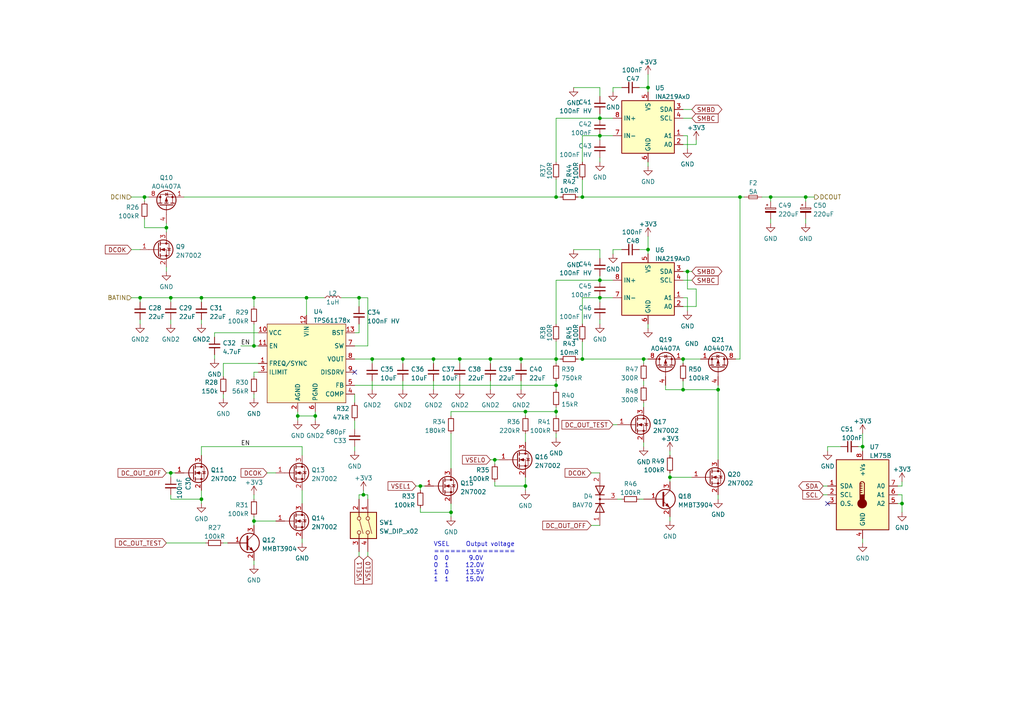
<source format=kicad_sch>
(kicad_sch (version 20211123) (generator eeschema)
  (paper "A4")
  (junction (at 194.31 138.43))
  (junction (at 261.62 146.05))
  (junction (at 199.39 78.74))
  (junction (at 130.81 148.59))
  (junction (at 250.19 129.54))
  (junction (at 142.24 104.14))
  (junction (at 214.63 57.15))
  (junction (at 58.42 86.36))
  (junction (at 133.35 104.14))
  (junction (at 91.44 120.65))
  (junction (at 233.68 57.15))
  (junction (at 173.99 34.29))
  (junction (at 173.99 86.36))
  (junction (at 121.92 140.97))
  (junction (at 187.96 25.4))
  (junction (at 151.13 104.14))
  (junction (at 161.29 57.15))
  (junction (at 49.53 137.16))
  (junction (at 73.66 86.36))
  (junction (at 152.4 119.38))
  (junction (at 186.69 104.14))
  (junction (at 223.52 57.15))
  (junction (at 104.14 86.36))
  (junction (at 48.26 66.04))
  (junction (at 198.12 113.03))
  (junction (at 187.96 72.39))
  (junction (at 161.29 111.76))
  (junction (at 161.29 119.38))
  (junction (at 73.66 151.13))
  (junction (at 116.84 104.14))
  (junction (at 168.91 57.15))
  (junction (at 173.99 81.28))
  (junction (at 125.73 104.14))
  (junction (at 88.9 86.36))
  (junction (at 161.29 104.14))
  (junction (at 58.42 144.78))
  (junction (at 198.12 104.14))
  (junction (at 41.91 57.15))
  (junction (at 105.41 143.51))
  (junction (at 168.91 104.14))
  (junction (at 40.64 86.36))
  (junction (at 73.66 100.33))
  (junction (at 49.53 86.36))
  (junction (at 107.95 104.14))
  (junction (at 152.4 140.97))
  (junction (at 143.51 133.35))
  (junction (at 86.36 120.65))
  (junction (at 208.28 113.03))
  (junction (at 173.99 39.37))
  (no_connect (at 240.03 146.05))
  (no_connect (at 102.87 107.95))
  (wire (pts (xy 168.91 52.07) (xy 168.91 57.15)))
  (wire (pts (xy 194.31 149.86) (xy 194.31 151.13)))
  (wire (pts (xy 107.95 110.49) (xy 107.95 113.03)))
  (wire (pts (xy 173.99 92.71) (xy 173.99 93.98)))
  (wire (pts (xy 152.4 119.38) (xy 152.4 120.65)))
  (wire (pts (xy 142.24 133.35) (xy 143.51 133.35)))
  (wire (pts (xy 133.35 104.14) (xy 133.35 105.41)))
  (wire (pts (xy 261.62 140.97) (xy 260.35 140.97)))
  (wire (pts (xy 177.8 73.66) (xy 177.8 72.39)))
  (wire (pts (xy 143.51 133.35) (xy 144.78 133.35)))
  (wire (pts (xy 106.68 160.02) (xy 106.68 161.29)))
  (wire (pts (xy 58.42 129.54) (xy 87.63 129.54)))
  (wire (pts (xy 198.12 31.75) (xy 200.66 31.75)))
  (wire (pts (xy 168.91 57.15) (xy 214.63 57.15)))
  (wire (pts (xy 102.87 114.3) (xy 102.87 116.84)))
  (wire (pts (xy 185.42 144.78) (xy 186.69 144.78)))
  (wire (pts (xy 104.14 86.36) (xy 106.68 86.36)))
  (wire (pts (xy 185.42 72.39) (xy 187.96 72.39)))
  (wire (pts (xy 199.39 86.36) (xy 199.39 90.17)))
  (wire (pts (xy 186.69 110.49) (xy 186.69 111.76)))
  (wire (pts (xy 208.28 113.03) (xy 208.28 111.76)))
  (wire (pts (xy 105.41 143.51) (xy 106.68 143.51)))
  (wire (pts (xy 87.63 129.54) (xy 87.63 132.08)))
  (wire (pts (xy 173.99 39.37) (xy 173.99 40.64)))
  (wire (pts (xy 64.77 105.41) (xy 64.77 109.22)))
  (wire (pts (xy 104.14 86.36) (xy 104.14 88.9)))
  (wire (pts (xy 161.29 57.15) (xy 162.56 57.15)))
  (wire (pts (xy 187.96 72.39) (xy 187.96 73.66)))
  (wire (pts (xy 177.8 25.4) (xy 180.34 25.4)))
  (wire (pts (xy 250.19 156.21) (xy 250.19 157.48)))
  (wire (pts (xy 73.66 86.36) (xy 88.9 86.36)))
  (wire (pts (xy 201.93 41.91) (xy 198.12 41.91)))
  (wire (pts (xy 199.39 78.74) (xy 200.66 78.74)))
  (wire (pts (xy 201.93 88.9) (xy 198.12 88.9)))
  (wire (pts (xy 38.1 57.15) (xy 41.91 57.15)))
  (wire (pts (xy 173.99 25.4) (xy 173.99 27.94)))
  (wire (pts (xy 58.42 86.36) (xy 73.66 86.36)))
  (wire (pts (xy 38.1 72.39) (xy 40.64 72.39)))
  (wire (pts (xy 40.64 86.36) (xy 40.64 87.63)))
  (wire (pts (xy 168.91 39.37) (xy 168.91 46.99)))
  (wire (pts (xy 152.4 128.27) (xy 152.4 125.73)))
  (wire (pts (xy 64.77 114.3) (xy 64.77 115.57)))
  (wire (pts (xy 49.53 93.98) (xy 49.53 92.71)))
  (wire (pts (xy 173.99 86.36) (xy 168.91 86.36)))
  (wire (pts (xy 173.99 86.36) (xy 173.99 87.63)))
  (wire (pts (xy 214.63 104.14) (xy 214.63 57.15)))
  (wire (pts (xy 106.68 143.51) (xy 106.68 144.78)))
  (wire (pts (xy 142.24 104.14) (xy 142.24 105.41)))
  (wire (pts (xy 38.1 86.36) (xy 40.64 86.36)))
  (wire (pts (xy 187.96 25.4) (xy 187.96 26.67)))
  (wire (pts (xy 62.23 102.87) (xy 62.23 104.14)))
  (wire (pts (xy 143.51 134.62) (xy 143.51 133.35)))
  (wire (pts (xy 102.87 129.54) (xy 102.87 130.81)))
  (wire (pts (xy 58.42 144.78) (xy 49.53 144.78)))
  (wire (pts (xy 48.26 77.47) (xy 48.26 78.74)))
  (wire (pts (xy 106.68 100.33) (xy 106.68 86.36)))
  (wire (pts (xy 198.12 104.14) (xy 198.12 105.41)))
  (wire (pts (xy 198.12 34.29) (xy 200.66 34.29)))
  (wire (pts (xy 173.99 72.39) (xy 173.99 74.93)))
  (wire (pts (xy 186.69 104.14) (xy 187.96 104.14)))
  (wire (pts (xy 214.63 57.15) (xy 215.9 57.15)))
  (wire (pts (xy 208.28 143.51) (xy 208.28 144.78)))
  (wire (pts (xy 133.35 110.49) (xy 133.35 113.03)))
  (wire (pts (xy 40.64 93.98) (xy 40.64 92.71)))
  (wire (pts (xy 213.36 104.14) (xy 214.63 104.14)))
  (wire (pts (xy 74.93 107.95) (xy 73.66 107.95)))
  (wire (pts (xy 261.62 146.05) (xy 261.62 143.51)))
  (wire (pts (xy 49.53 137.16) (xy 50.8 137.16)))
  (wire (pts (xy 102.87 121.92) (xy 102.87 124.46)))
  (wire (pts (xy 193.04 111.76) (xy 193.04 113.03)))
  (wire (pts (xy 116.84 104.14) (xy 116.84 105.41)))
  (wire (pts (xy 102.87 104.14) (xy 107.95 104.14)))
  (wire (pts (xy 105.41 143.51) (xy 104.14 143.51)))
  (wire (pts (xy 177.8 123.19) (xy 179.07 123.19)))
  (wire (pts (xy 161.29 125.73) (xy 161.29 127)))
  (wire (pts (xy 41.91 66.04) (xy 48.26 66.04)))
  (wire (pts (xy 73.66 107.95) (xy 73.66 109.22)))
  (wire (pts (xy 161.29 118.11) (xy 161.29 119.38)))
  (wire (pts (xy 250.19 125.73) (xy 250.19 129.54)))
  (wire (pts (xy 248.92 129.54) (xy 250.19 129.54)))
  (wire (pts (xy 199.39 39.37) (xy 199.39 43.18)))
  (wire (pts (xy 152.4 119.38) (xy 161.29 119.38)))
  (wire (pts (xy 177.8 26.67) (xy 177.8 25.4)))
  (wire (pts (xy 40.64 86.36) (xy 49.53 86.36)))
  (wire (pts (xy 198.12 78.74) (xy 199.39 78.74)))
  (wire (pts (xy 168.91 104.14) (xy 186.69 104.14)))
  (wire (pts (xy 107.95 104.14) (xy 116.84 104.14)))
  (wire (pts (xy 187.96 46.99) (xy 187.96 48.26)))
  (wire (pts (xy 194.31 138.43) (xy 200.66 138.43)))
  (wire (pts (xy 161.29 111.76) (xy 161.29 113.03)))
  (wire (pts (xy 130.81 125.73) (xy 130.81 135.89)))
  (wire (pts (xy 64.77 157.48) (xy 66.04 157.48)))
  (wire (pts (xy 151.13 110.49) (xy 151.13 113.03)))
  (wire (pts (xy 168.91 99.06) (xy 168.91 104.14)))
  (wire (pts (xy 161.29 111.76) (xy 161.29 110.49)))
  (wire (pts (xy 173.99 81.28) (xy 161.29 81.28)))
  (wire (pts (xy 173.99 80.01) (xy 173.99 81.28)))
  (wire (pts (xy 48.26 157.48) (xy 59.69 157.48)))
  (wire (pts (xy 142.24 110.49) (xy 142.24 113.03)))
  (wire (pts (xy 86.36 120.65) (xy 86.36 121.92)))
  (wire (pts (xy 41.91 63.5) (xy 41.91 66.04)))
  (wire (pts (xy 53.34 57.15) (xy 161.29 57.15)))
  (wire (pts (xy 41.91 58.42) (xy 41.91 57.15)))
  (wire (pts (xy 161.29 104.14) (xy 161.29 105.41)))
  (wire (pts (xy 102.87 100.33) (xy 106.68 100.33)))
  (wire (pts (xy 58.42 142.24) (xy 58.42 144.78)))
  (wire (pts (xy 238.76 140.97) (xy 240.03 140.97)))
  (wire (pts (xy 77.47 137.16) (xy 80.01 137.16)))
  (wire (pts (xy 130.81 148.59) (xy 130.81 149.86)))
  (wire (pts (xy 240.03 129.54) (xy 240.03 130.81)))
  (wire (pts (xy 194.31 130.81) (xy 194.31 132.08)))
  (wire (pts (xy 130.81 119.38) (xy 130.81 120.65)))
  (wire (pts (xy 73.66 100.33) (xy 74.93 100.33)))
  (wire (pts (xy 199.39 86.36) (xy 198.12 86.36)))
  (wire (pts (xy 199.39 78.74) (xy 199.39 83.82)))
  (wire (pts (xy 41.91 57.15) (xy 43.18 57.15)))
  (wire (pts (xy 171.45 152.4) (xy 173.99 152.4)))
  (wire (pts (xy 120.65 140.97) (xy 121.92 140.97)))
  (wire (pts (xy 58.42 144.78) (xy 58.42 146.05)))
  (wire (pts (xy 173.99 33.02) (xy 173.99 34.29)))
  (wire (pts (xy 73.66 162.56) (xy 73.66 163.83)))
  (wire (pts (xy 260.35 143.51) (xy 261.62 143.51)))
  (wire (pts (xy 166.37 72.39) (xy 173.99 72.39)))
  (wire (pts (xy 133.35 104.14) (xy 142.24 104.14)))
  (wire (pts (xy 104.14 143.51) (xy 104.14 144.78)))
  (wire (pts (xy 152.4 140.97) (xy 152.4 142.24)))
  (wire (pts (xy 62.23 96.52) (xy 62.23 97.79)))
  (wire (pts (xy 220.98 57.15) (xy 223.52 57.15)))
  (wire (pts (xy 171.45 137.16) (xy 173.99 137.16)))
  (wire (pts (xy 201.93 83.82) (xy 201.93 88.9)))
  (wire (pts (xy 125.73 104.14) (xy 133.35 104.14)))
  (wire (pts (xy 161.29 119.38) (xy 161.29 120.65)))
  (wire (pts (xy 104.14 160.02) (xy 104.14 161.29)))
  (wire (pts (xy 125.73 104.14) (xy 125.73 105.41)))
  (wire (pts (xy 143.51 140.97) (xy 152.4 140.97)))
  (wire (pts (xy 187.96 21.59) (xy 187.96 25.4)))
  (wire (pts (xy 125.73 110.49) (xy 125.73 113.03)))
  (wire (pts (xy 99.06 86.36) (xy 104.14 86.36)))
  (wire (pts (xy 233.68 57.15) (xy 233.68 58.42)))
  (wire (pts (xy 161.29 52.07) (xy 161.29 57.15)))
  (wire (pts (xy 102.87 96.52) (xy 104.14 96.52)))
  (wire (pts (xy 73.66 143.51) (xy 73.66 144.78)))
  (wire (pts (xy 187.96 68.58) (xy 187.96 72.39)))
  (wire (pts (xy 166.37 25.4) (xy 173.99 25.4)))
  (wire (pts (xy 238.76 143.51) (xy 240.03 143.51)))
  (wire (pts (xy 49.53 144.78) (xy 49.53 143.51)))
  (wire (pts (xy 179.07 144.78) (xy 180.34 144.78)))
  (wire (pts (xy 261.62 148.59) (xy 261.62 146.05)))
  (wire (pts (xy 186.69 116.84) (xy 186.69 118.11)))
  (wire (pts (xy 151.13 104.14) (xy 151.13 105.41)))
  (wire (pts (xy 48.26 66.04) (xy 48.26 64.77)))
  (wire (pts (xy 233.68 57.15) (xy 236.22 57.15)))
  (wire (pts (xy 250.19 129.54) (xy 250.19 130.81)))
  (wire (pts (xy 107.95 104.14) (xy 107.95 105.41)))
  (wire (pts (xy 194.31 137.16) (xy 194.31 138.43)))
  (wire (pts (xy 177.8 72.39) (xy 180.34 72.39)))
  (wire (pts (xy 73.66 93.98) (xy 73.66 100.33)))
  (wire (pts (xy 104.14 93.98) (xy 104.14 96.52)))
  (wire (pts (xy 88.9 86.36) (xy 93.98 86.36)))
  (wire (pts (xy 73.66 86.36) (xy 73.66 88.9)))
  (wire (pts (xy 223.52 63.5) (xy 223.52 64.77)))
  (wire (pts (xy 151.13 104.14) (xy 161.29 104.14)))
  (wire (pts (xy 69.85 100.33) (xy 73.66 100.33)))
  (wire (pts (xy 58.42 93.98) (xy 58.42 92.71)))
  (wire (pts (xy 173.99 86.36) (xy 177.8 86.36)))
  (wire (pts (xy 168.91 104.14) (xy 167.64 104.14)))
  (wire (pts (xy 260.35 146.05) (xy 261.62 146.05)))
  (wire (pts (xy 73.66 114.3) (xy 73.66 115.57)))
  (wire (pts (xy 223.52 57.15) (xy 223.52 58.42)))
  (wire (pts (xy 73.66 151.13) (xy 80.01 151.13)))
  (wire (pts (xy 161.29 34.29) (xy 161.29 46.99)))
  (wire (pts (xy 116.84 110.49) (xy 116.84 113.03)))
  (wire (pts (xy 186.69 128.27) (xy 186.69 129.54)))
  (wire (pts (xy 102.87 111.76) (xy 161.29 111.76)))
  (wire (pts (xy 49.53 137.16) (xy 49.53 138.43)))
  (wire (pts (xy 173.99 34.29) (xy 177.8 34.29)))
  (wire (pts (xy 130.81 148.59) (xy 130.81 146.05)))
  (wire (pts (xy 121.92 140.97) (xy 121.92 142.24)))
  (wire (pts (xy 58.42 132.08) (xy 58.42 129.54)))
  (wire (pts (xy 49.53 86.36) (xy 49.53 87.63)))
  (wire (pts (xy 199.39 39.37) (xy 198.12 39.37)))
  (wire (pts (xy 91.44 120.65) (xy 91.44 121.92)))
  (wire (pts (xy 233.68 63.5) (xy 233.68 64.77)))
  (wire (pts (xy 121.92 147.32) (xy 121.92 148.59)))
  (wire (pts (xy 198.12 113.03) (xy 208.28 113.03)))
  (wire (pts (xy 223.52 57.15) (xy 233.68 57.15)))
  (wire (pts (xy 121.92 148.59) (xy 130.81 148.59)))
  (wire (pts (xy 173.99 39.37) (xy 177.8 39.37)))
  (wire (pts (xy 187.96 93.98) (xy 187.96 95.25)))
  (wire (pts (xy 58.42 86.36) (xy 58.42 87.63)))
  (wire (pts (xy 208.28 113.03) (xy 208.28 133.35)))
  (wire (pts (xy 88.9 86.36) (xy 88.9 91.44)))
  (wire (pts (xy 142.24 104.14) (xy 151.13 104.14)))
  (wire (pts (xy 152.4 140.97) (xy 152.4 138.43)))
  (wire (pts (xy 198.12 110.49) (xy 198.12 113.03)))
  (wire (pts (xy 49.53 86.36) (xy 58.42 86.36)))
  (wire (pts (xy 186.69 104.14) (xy 186.69 105.41)))
  (wire (pts (xy 130.81 119.38) (xy 152.4 119.38)))
  (wire (pts (xy 87.63 142.24) (xy 87.63 146.05)))
  (wire (pts (xy 48.26 137.16) (xy 49.53 137.16)))
  (wire (pts (xy 185.42 25.4) (xy 187.96 25.4)))
  (wire (pts (xy 74.93 96.52) (xy 62.23 96.52)))
  (wire (pts (xy 194.31 138.43) (xy 194.31 139.7)))
  (wire (pts (xy 243.84 129.54) (xy 240.03 129.54)))
  (wire (pts (xy 123.19 140.97) (xy 121.92 140.97)))
  (wire (pts (xy 193.04 113.03) (xy 198.12 113.03)))
  (wire (pts (xy 105.41 142.24) (xy 105.41 143.51)))
  (wire (pts (xy 173.99 45.72) (xy 173.99 46.99)))
  (wire (pts (xy 116.84 104.14) (xy 125.73 104.14)))
  (wire (pts (xy 143.51 139.7) (xy 143.51 140.97)))
  (wire (pts (xy 168.91 57.15) (xy 167.64 57.15)))
  (wire (pts (xy 173.99 39.37) (xy 168.91 39.37)))
  (wire (pts (xy 261.62 139.7) (xy 261.62 140.97)))
  (wire (pts (xy 201.93 40.64) (xy 201.93 41.91)))
  (wire (pts (xy 73.66 151.13) (xy 73.66 152.4)))
  (wire (pts (xy 161.29 81.28) (xy 161.29 93.98)))
  (wire (pts (xy 161.29 99.06) (xy 161.29 104.14)))
  (wire (pts (xy 73.66 149.86) (xy 73.66 151.13)))
  (wire (pts (xy 87.63 156.21) (xy 87.63 157.48)))
  (wire (pts (xy 173.99 34.29) (xy 161.29 34.29)))
  (wire (pts (xy 74.93 105.41) (xy 64.77 105.41)))
  (wire (pts (xy 198.12 81.28) (xy 200.66 81.28)))
  (wire (pts (xy 48.26 66.04) (xy 48.26 67.31)))
  (wire (pts (xy 199.39 83.82) (xy 201.93 83.82)))
  (wire (pts (xy 173.99 81.28) (xy 177.8 81.28)))
  (wire (pts (xy 168.91 86.36) (xy 168.91 93.98)))
  (wire (pts (xy 161.29 104.14) (xy 162.56 104.14)))
  (wire (pts (xy 91.44 119.38) (xy 91.44 120.65)))
  (wire (pts (xy 86.36 120.65) (xy 91.44 120.65)))
  (wire (pts (xy 86.36 119.38) (xy 86.36 120.65)))
  (wire (pts (xy 198.12 104.14) (xy 203.2 104.14)))
  (text "VSEL     Output voltage\n===============\n0  0      9.0V\n0  1     12.0V\n1  0     13.5V\n1  1     15.0V\n" (at 125.73 168.91 0) (effects (font (size 1.27 1.27)) (justify left bottom)))
  (label "EN" (at 69.85 100.33 0))
  (label "EN" (at 69.85 129.54 0))
  (global_label "DC_OUT_OFF" (shape input) (at 171.45 152.4 180) (property "Referenzen zwischen Schaltplänen" "${INTERSHEET_REFS}" (effects hide)))
  (global_label "VSEL0" (shape input) (at 106.68 161.29 270) (property "Referenzen zwischen Schaltplänen" "${INTERSHEET_REFS}" (effects hide)))
  (global_label "SMBC" (shape input) (at 200.66 81.28 0) (property "Referenzen zwischen Schaltplänen" "${INTERSHEET_REFS}" (effects hide)))
  (global_label "DC_OUT_TEST" (shape input) (at 177.8 123.19 180) (property "Referenzen zwischen Schaltplänen" "${INTERSHEET_REFS}" (effects hide)))
  (global_label "DCOK" (shape input) (at 38.1 72.39 180) (property "Referenzen zwischen Schaltplänen" "${INTERSHEET_REFS}" (effects hide)))
  (global_label "DCOK" (shape input) (at 77.47 137.16 180) (property "Referenzen zwischen Schaltplänen" "${INTERSHEET_REFS}" (effects hide)))
  (global_label "SMBC" (shape input) (at 200.66 34.29 0) (property "Referenzen zwischen Schaltplänen" "${INTERSHEET_REFS}" (effects hide)))
  (global_label "VSEL0" (shape input) (at 142.24 133.35 180) (property "Referenzen zwischen Schaltplänen" "${INTERSHEET_REFS}" (effects hide)))
  (global_label "DC_OUT_OFF" (shape input) (at 48.26 137.16 180) (property "Referenzen zwischen Schaltplänen" "${INTERSHEET_REFS}" (effects hide)))
  (global_label "VSEL1" (shape input) (at 120.65 140.97 180) (property "Referenzen zwischen Schaltplänen" "${INTERSHEET_REFS}" (effects hide)))
  (global_label "VSEL1" (shape input) (at 104.14 161.29 270) (property "Referenzen zwischen Schaltplänen" "${INTERSHEET_REFS}" (effects hide)))
  (global_label "SMBD" (shape bidirectional) (at 200.66 31.75 0) (property "Referenzen zwischen Schaltplänen" "${INTERSHEET_REFS}" (effects hide)))
  (global_label "SMBD" (shape bidirectional) (at 200.66 78.74 0) (property "Referenzen zwischen Schaltplänen" "${INTERSHEET_REFS}" (effects hide)))
  (global_label "DC_OUT_TEST" (shape input) (at 48.26 157.48 180) (property "Referenzen zwischen Schaltplänen" "${INTERSHEET_REFS}" (effects hide)))
  (global_label "DCOK" (shape input) (at 171.45 137.16 180) (property "Referenzen zwischen Schaltplänen" "${INTERSHEET_REFS}" (effects hide)))
  (global_label "SCL" (shape input) (at 238.76 143.51 180) (property "Referenzen zwischen Schaltplänen" "${INTERSHEET_REFS}" (effects hide)))
  (global_label "SDA" (shape bidirectional) (at 238.76 140.97 180) (property "Referenzen zwischen Schaltplänen" "${INTERSHEET_REFS}" (effects hide)))
  (hierarchical_label "DCOUT" (shape output) (at 236.22 57.15 0))
  (hierarchical_label "BATIN" (shape input) (at 38.1 86.36 180))
  (hierarchical_label "DCIN" (shape input) (at 38.1 57.15 180))
  (symbol (lib_id "Device:R_Small") (at 182.88 144.78 90) (mirror x) (unit 1)
    (property "Reference" "R46" (at 182.88 140.3436 90))
    (property "Value" "100kR" (at 182.88 142.8805 90))
    (property "Footprint" "Resistor_SMD:R_0402_1005Metric" (effects hide))
    (property "LCSC" "C25741" (effects hide))
  )
  (symbol (lib_id "Device:C_Small") (at 182.88 25.4 270) (mirror x) (unit 1)
    (property "Reference" "C47" (at 181.61 22.86 90) (effects (justify left)))
    (property "Value" "100nF" (at 180.34 20.32 90) (effects (justify left)))
    (property "Footprint" "Capacitor_SMD:C_0402_1005Metric" (effects hide))
    (property "LCSC" "C1525" (effects hide))
  )
  (symbol (lib_id "power:GND") (at 48.26 78.74 0) (unit 1)
    (property "Reference" "#PWR0180" (effects hide))
    (property "Value" "GND" (at 48.26 83.1834 0))
  )
  (symbol (lib_id "Device:R_Small") (at 130.81 123.19 0) (mirror x) (unit 1)
    (property "Reference" "R34" (at 129.3115 122.3553 0) (effects (justify right)))
    (property "Value" "180kR" (at 129.3115 124.8922 0) (effects (justify right)))
    (property "Footprint" "Resistor_SMD:R_0603_1608Metric" (effects hide))
    (property "LCSC" "C22827" (effects hide))
  )
  (symbol (lib_id "Device:R_Small") (at 198.12 107.95 0) (mirror y) (unit 1)
    (property "Reference" "R50" (at 199.6186 107.1153 0) (effects (justify right)))
    (property "Value" "100kR" (at 199.6186 109.6522 0) (effects (justify right)))
    (property "Footprint" "Resistor_SMD:R_0402_1005Metric" (effects hide))
    (property "LCSC" "C25741" (effects hide))
  )
  (symbol (lib_id "power:GND") (at 152.4 142.24 0) (unit 1)
    (property "Reference" "#PWR0188" (effects hide))
    (property "Value" "GND" (at 152.4 146.6834 0))
  )
  (symbol (lib_id "Transistor_FET:2N7002") (at 184.15 123.19 0) (unit 1)
    (property "Reference" "Q17" (at 189.357 122.3553 0) (effects (justify left)))
    (property "Value" "2N7002" (at 189.357 124.8922 0) (effects (justify left)))
    (property "Footprint" "Package_TO_SOT_SMD:SOT-23" (effects hide))
    (property "Datasheet" "https://www.onsemi.com/pub/Collateral/NDS7002A-D.PDF" (effects hide))
    (property "LCSC" "C8545" (effects hide))
  )
  (symbol (lib_id "Device:R_Small") (at 168.91 49.53 0) (unit 1)
    (property "Reference" "R44" (at 165.1 49.53 90))
    (property "Value" "100R" (at 167.0105 49.53 90))
    (property "Footprint" "Resistor_SMD:R_0402_1005Metric" (effects hide))
    (property "LCSC" "C25076" (effects hide))
  )
  (symbol (lib_id "Transistor_FET:2N7002") (at 85.09 151.13 0) (unit 1)
    (property "Reference" "Q14" (at 90.297 150.2953 0) (effects (justify left)))
    (property "Value" "2N7002" (at 90.297 152.8322 0) (effects (justify left)))
    (property "Footprint" "Package_TO_SOT_SMD:SOT-23" (effects hide))
    (property "Datasheet" "https://www.onsemi.com/pub/Collateral/NDS7002A-D.PDF" (effects hide))
    (property "LCSC" "C8545" (effects hide))
  )
  (symbol (lib_id "power:GND") (at 261.62 148.59 0) (unit 1)
    (property "Reference" "#PWR0157" (effects hide))
    (property "Value" "GND" (at 261.62 153.0334 0))
  )
  (symbol (lib_id "Device:C_Small") (at 125.73 107.95 180) (unit 1)
    (property "Reference" "C37" (at 128.0541 107.1089 0) (effects (justify right)))
    (property "Value" "10uF" (at 128.0541 109.6458 0) (effects (justify right)))
    (property "Footprint" "Capacitor_SMD:C_0805_2012Metric" (effects hide))
    (property "LCSC" "C15850" (effects hide))
  )
  (symbol (lib_id "Device:R_Small") (at 152.4 123.19 0) (mirror x) (unit 1)
    (property "Reference" "R36" (at 150.9015 122.3553 0) (effects (justify right)))
    (property "Value" "220kR" (at 150.9015 124.8922 0) (effects (justify right)))
    (property "Footprint" "Resistor_SMD:R_0402_1005Metric" (effects hide))
    (property "LCSC" "C25767" (effects hide))
  )
  (symbol (lib_id "power:+3V3") (at 105.41 142.24 0) (unit 1)
    (property "Reference" "#PWR0176" (effects hide))
    (property "Value" "+3V3" (at 105.41 138.6642 0))
  )
  (symbol (lib_id "Device:Fuse_Small") (at 218.44 57.15 180) (unit 1)
    (property "Reference" "F2" (at 218.44 53.0692 0))
    (property "Value" "5A" (at 218.44 55.6061 0))
    (property "Footprint" "Fuse:Fuse_1206_3216Metric" (effects hide))
    (property "Datasheet" "https://datasheet.lcsc.com/lcsc/1912111437_HOLLY-12T-050L2_C377290.pdf" (effects hide))
    (property "LCSC" "C377290" (effects hide))
  )
  (symbol (lib_id "power:GND") (at 86.36 121.92 0) (unit 1)
    (property "Reference" "#PWR0167" (effects hide))
    (property "Value" "GND" (at 86.36 126.3634 0))
  )
  (symbol (lib_id "Device:R_Small") (at 186.69 107.95 0) (mirror x) (unit 1)
    (property "Reference" "R47" (at 185.1914 107.1153 0) (effects (justify right)))
    (property "Value" "300R" (at 185.1914 109.6522 0) (effects (justify right)))
    (property "Footprint" "Resistor_SMD:R_1206_3216Metric" (effects hide))
    (property "LCSC" "C17887" (effects hide))
  )
  (symbol (lib_id "power:GND") (at 173.99 46.99 0) (unit 1)
    (property "Reference" "#PWR0146" (effects hide))
    (property "Value" "GND" (at 173.99 51.4334 0))
  )
  (symbol (lib_id "power:GND") (at 233.68 64.77 0) (unit 1)
    (property "Reference" "#PWR0164" (effects hide))
    (property "Value" "GND" (at 233.68 69.2134 0))
  )
  (symbol (lib_id "power:GND") (at 199.39 43.18 0) (unit 1)
    (property "Reference" "#PWR0133" (effects hide))
    (property "Value" "GND" (at 199.39 47.6234 0))
  )
  (symbol (lib_id "Device:C_Small") (at 173.99 30.48 0) (mirror x) (unit 1)
    (property "Reference" "C41" (at 171.666 29.6389 0) (effects (justify right)))
    (property "Value" "100nF HV" (at 171.666 32.1758 0) (effects (justify right)))
    (property "Footprint" "Capacitor_SMD:C_0603_1608Metric" (effects hide))
    (property "LCSC" "C14663" (effects hide))
  )
  (symbol (lib_id "power:GND") (at 130.81 149.86 0) (unit 1)
    (property "Reference" "#PWR0187" (effects hide))
    (property "Value" "GND" (at 130.81 154.3034 0))
  )
  (symbol (lib_id "power:GND2") (at 91.44 121.92 0) (unit 1)
    (property "Reference" "#PWR0168" (effects hide))
    (property "Value" "GND2" (at 91.44 126.3634 0))
  )
  (symbol (lib_id "Transistor_FET:2N7002") (at 85.09 137.16 0) (unit 1)
    (property "Reference" "Q13" (at 90.297 136.3253 0) (effects (justify left)))
    (property "Value" "2N7002" (at 90.297 138.8622 0) (effects (justify left)))
    (property "Footprint" "Package_TO_SOT_SMD:SOT-23" (effects hide))
    (property "Datasheet" "https://www.onsemi.com/pub/Collateral/NDS7002A-D.PDF" (effects hide))
    (property "LCSC" "C8545" (effects hide))
  )
  (symbol (lib_id "power:GND2") (at 151.13 113.03 0) (unit 1)
    (property "Reference" "#PWR0186" (effects hide))
    (property "Value" "GND2" (at 151.13 117.4734 0))
  )
  (symbol (lib_id "Device:C_Small") (at 173.99 90.17 0) (mirror x) (unit 1)
    (property "Reference" "C46" (at 171.666 89.3289 0) (effects (justify right)))
    (property "Value" "100nF HV" (at 171.666 91.8658 0) (effects (justify right)))
    (property "Footprint" "Capacitor_SMD:C_0603_1608Metric" (effects hide))
    (property "LCSC" "C14663" (effects hide))
  )
  (symbol (lib_id "power:+3V3") (at 187.96 21.59 0) (unit 1)
    (property "Reference" "#PWR0135" (effects hide))
    (property "Value" "+3V3" (at 187.96 18.0142 0))
  )
  (symbol (lib_id "Device:C_Small") (at 40.64 90.17 180) (unit 1)
    (property "Reference" "C28" (at 42.9641 89.3289 0) (effects (justify right)))
    (property "Value" "22uF" (at 42.9641 91.8658 0) (effects (justify right)))
    (property "Footprint" "Capacitor_SMD:C_0805_2012Metric" (effects hide))
    (property "LCSC" "C45783" (effects hide))
  )
  (symbol (lib_id "Analog_ADC:INA219AxD") (at 187.96 36.83 0) (unit 1)
    (property "Reference" "U5" (at 189.9794 25.5102 0) (effects (justify left)))
    (property "Value" "INA219AxD" (at 189.9794 28.0471 0) (effects (justify left)))
    (property "Footprint" "Package_SO:SOIC-8_3.9x4.9mm_P1.27mm" (effects hide))
    (property "Datasheet" "http://www.ti.com/lit/ds/symlink/ina219.pdf" (effects hide))
    (property "LCSC" "C138706" (effects hide))
  )
  (symbol (lib_id "Switch:SW_DIP_x02") (at 104.14 152.4 270) (unit 1)
    (property "Reference" "SW1" (at 109.982 151.5653 90) (effects (justify left)))
    (property "Value" "SW_DIP_x02" (at 109.982 154.1022 90) (effects (justify left)))
    (property "Footprint" "Connector_PinHeader_2.54mm:PinHeader_2x02_P2.54mm_Vertical" (effects hide))
    (property "Datasheet" "https://datasheet.lcsc.com/lcsc/2110111130_XKB-Connectivity-DA-02BLP_C692490.pdf" (effects hide))
    (property "LCSC" "C692490" (effects hide))
  )
  (symbol (lib_id "power:GND") (at 199.39 90.17 0) (unit 1)
    (property "Reference" "#PWR0150" (effects hide))
    (property "Value" "GND" (at 199.39 94.6134 0))
  )
  (symbol (lib_id "Device:R_Small") (at 121.92 144.78 0) (mirror x) (unit 1)
    (property "Reference" "R33" (at 120.4215 143.9453 0) (effects (justify right)))
    (property "Value" "100kR" (at 120.4215 146.4822 0) (effects (justify right)))
    (property "Footprint" "Resistor_SMD:R_0402_1005Metric" (effects hide))
    (property "LCSC" "C25741" (effects hide))
  )
  (symbol (lib_id "Device:C_Small") (at 173.99 36.83 0) (mirror y) (unit 1)
    (property "Reference" "C42" (at 171.6659 36.0016 0) (effects (justify left)))
    (property "Value" "100nF" (at 171.6659 38.5385 0) (effects (justify left)))
    (property "Footprint" "Capacitor_SMD:C_0402_1005Metric" (effects hide))
    (property "LCSC" "C1525" (effects hide))
  )
  (symbol (lib_id "Device:C_Polarized_Small") (at 223.52 60.96 0) (unit 1)
    (property "Reference" "C49" (at 225.679 59.5792 0) (effects (justify left)))
    (property "Value" "220uF" (at 225.679 62.1161 0) (effects (justify left)))
    (property "Footprint" "Capacitor_SMD:CP_Elec_6.3x7.7" (effects hide))
    (property "Datasheet" "https://datasheet.lcsc.com/lcsc/1912111437_Nichicon-UCM1E221MCL1GS_C340768.pdf" (effects hide))
    (property "LCSC" "C340768" (effects hide))
  )
  (symbol (lib_id "Device:C_Small") (at 107.95 107.95 180) (unit 1)
    (property "Reference" "C35" (at 110.2741 107.1089 0) (effects (justify right)))
    (property "Value" "10uF" (at 110.2741 109.6458 0) (effects (justify right)))
    (property "Footprint" "Capacitor_SMD:C_0805_2012Metric" (effects hide))
    (property "LCSC" "C15850" (effects hide))
  )
  (symbol (lib_id "power:GND") (at 102.87 130.81 0) (unit 1)
    (property "Reference" "#PWR0169" (effects hide))
    (property "Value" "GND" (at 102.87 135.2534 0))
  )
  (symbol (lib_id "Device:R_Small") (at 143.51 137.16 0) (mirror x) (unit 1)
    (property "Reference" "R35" (at 142.0115 136.3253 0) (effects (justify right)))
    (property "Value" "100kR" (at 142.0115 138.8622 0) (effects (justify right)))
    (property "Footprint" "Resistor_SMD:R_0402_1005Metric" (effects hide))
    (property "LCSC" "C25741" (effects hide))
  )
  (symbol (lib_id "power:+3V3") (at 250.19 125.73 0) (unit 1)
    (property "Reference" "#PWR0155" (effects hide))
    (property "Value" "+3V3" (at 250.19 122.1542 0))
  )
  (symbol (lib_id "Device:C_Small") (at 182.88 72.39 270) (mirror x) (unit 1)
    (property "Reference" "C48" (at 181.61 69.85 90) (effects (justify left)))
    (property "Value" "100nF" (at 180.34 67.31 90) (effects (justify left)))
    (property "Footprint" "Capacitor_SMD:C_0402_1005Metric" (effects hide))
    (property "LCSC" "C1525" (effects hide))
  )
  (symbol (lib_id "power:GND") (at 177.8 73.66 0) (unit 1)
    (property "Reference" "#PWR0144" (effects hide))
    (property "Value" "GND" (at 177.8 78.1034 0))
  )
  (symbol (lib_id "Device:C_Small") (at 116.84 107.95 180) (unit 1)
    (property "Reference" "C36" (at 119.1641 107.1089 0) (effects (justify right)))
    (property "Value" "10uF" (at 119.1641 109.6458 0) (effects (justify right)))
    (property "Footprint" "Capacitor_SMD:C_0805_2012Metric" (effects hide))
    (property "LCSC" "C15850" (effects hide))
  )
  (symbol (lib_id "Device:R_Small") (at 64.77 111.76 0) (mirror x) (unit 1)
    (property "Reference" "R28" (at 63.2715 110.9253 0) (effects (justify right)))
    (property "Value" "150k" (at 63.2715 113.4622 0) (effects (justify right)))
    (property "Footprint" "Resistor_SMD:R_0402_1005Metric" (effects hide))
    (property "LCSC" "C25755" (effects hide))
  )
  (symbol (lib_id "Transistor_BJT:MMBT3904") (at 191.77 144.78 0) (unit 1)
    (property "Reference" "Q18" (at 196.6214 143.9453 0) (effects (justify left)))
    (property "Value" "MMBT3904" (at 196.6214 146.4822 0) (effects (justify left)))
    (property "Footprint" "Package_TO_SOT_SMD:SOT-23" (effects hide))
    (property "Datasheet" "https://www.onsemi.com/pub/Collateral/2N3903-D.PDF" (effects hide))
    (property "LCSC" "C20526" (effects hide))
  )
  (symbol (lib_id "Device:R_Small") (at 41.91 60.96 0) (mirror x) (unit 1)
    (property "Reference" "R26" (at 40.4115 60.1253 0) (effects (justify right)))
    (property "Value" "100kR" (at 40.4115 62.6622 0) (effects (justify right)))
    (property "Footprint" "Resistor_SMD:R_0402_1005Metric" (effects hide))
    (property "LCSC" "C25741" (effects hide))
  )
  (symbol (lib_id "Device:R_Small") (at 165.1 104.14 90) (unit 1)
    (property "Reference" "R43" (at 165.1 99.7036 90))
    (property "Value" "10mR" (at 165.1 102.2405 90))
    (property "Footprint" "Resistor_SMD:R_0805_2012Metric" (effects hide))
    (property "LCSC" "C270927" (effects hide))
  )
  (symbol (lib_id "Device:C_Small") (at 173.99 43.18 0) (mirror x) (unit 1)
    (property "Reference" "C43" (at 171.666 42.3389 0) (effects (justify right)))
    (property "Value" "100nF HV" (at 171.666 44.8758 0) (effects (justify right)))
    (property "Footprint" "Capacitor_SMD:C_0603_1608Metric" (effects hide))
    (property "LCSC" "C14663" (effects hide))
  )
  (symbol (lib_id "Device:L_Small") (at 96.52 86.36 90) (unit 1)
    (property "Reference" "L2" (at 96.52 85.09 90))
    (property "Value" "1uH" (at 96.52 87.63 90))
    (property "Footprint" "Inductor_SMD:L_Bourns_SRP7028A_7.3x6.6mm" (effects hide))
    (property "Datasheet" "https://datasheet.lcsc.com/lcsc/1912111437_Cybermax-CMLO0650H1R0MTT_C439005.pdf" (effects hide))
    (property "LCSC" "C439005" (effects hide))
  )
  (symbol (lib_id "Device:R_Small") (at 73.66 91.44 0) (mirror x) (unit 1)
    (property "Reference" "R29" (at 72.1615 90.6053 0) (effects (justify right)))
    (property "Value" "100kR" (at 72.1615 93.1422 0) (effects (justify right)))
    (property "Footprint" "Resistor_SMD:R_0402_1005Metric" (effects hide))
    (property "LCSC" "C25741" (effects hide))
  )
  (symbol (lib_id "Sensor_Temperature:LM75B") (at 250.19 143.51 0) (unit 1)
    (property "Reference" "U7" (at 252.2094 129.6502 0) (effects (justify left)))
    (property "Value" "LM75B" (at 252.2094 132.1871 0) (effects (justify left)))
    (property "Footprint" "Package_SO:MSOP-8_3x3mm_P0.65mm" (effects hide))
    (property "Datasheet" "http://www.ti.com/lit/ds/symlink/lm75b.pdf" (effects hide))
    (property "LCSC" "C2837470" (effects hide))
  )
  (symbol (lib_id "Device:R_Small") (at 161.29 123.19 0) (mirror x) (unit 1)
    (property "Reference" "R41" (at 159.7915 122.3553 0) (effects (justify right)))
    (property "Value" "100kR" (at 159.7915 124.8922 0) (effects (justify right)))
    (property "Footprint" "Resistor_SMD:R_0402_1005Metric" (effects hide))
    (property "LCSC" "C25741" (effects hide))
  )
  (symbol (lib_id "Analog_ADC:INA219AxD") (at 187.96 83.82 0) (unit 1)
    (property "Reference" "U6" (at 189.9794 72.5002 0) (effects (justify left)))
    (property "Value" "INA219AxD" (at 189.9794 75.0371 0) (effects (justify left)))
    (property "Footprint" "Package_SO:SOIC-8_3.9x4.9mm_P1.27mm" (effects hide))
    (property "Datasheet" "http://www.ti.com/lit/ds/symlink/ina219.pdf" (effects hide))
    (property "LCSC" "C138706" (effects hide))
  )
  (symbol (lib_id "Device:C_Small") (at 133.35 107.95 180) (unit 1)
    (property "Reference" "C38" (at 135.6741 107.1089 0) (effects (justify right)))
    (property "Value" "22uF" (at 135.6741 109.6458 0) (effects (justify right)))
    (property "Footprint" "Capacitor_SMD:C_0805_2012Metric" (effects hide))
    (property "LCSC" "C45783" (effects hide))
  )
  (symbol (lib_id "power:+3V3") (at 201.93 40.64 0) (unit 1)
    (property "Reference" "#PWR0134" (effects hide))
    (property "Value" "+3V3" (at 201.93 37.0642 0))
  )
  (symbol (lib_id "power:GND2") (at 49.53 93.98 0) (unit 1)
    (property "Reference" "#PWR0182" (effects hide))
    (property "Value" "GND2" (at 49.53 98.4234 0))
  )
  (symbol (lib_id "power:GND") (at 194.31 151.13 0) (unit 1)
    (property "Reference" "#PWR0140" (effects hide))
    (property "Value" "GND" (at 194.31 155.5734 0))
  )
  (symbol (lib_id "Device:C_Small") (at 49.53 90.17 180) (unit 1)
    (property "Reference" "C29" (at 51.8541 89.3289 0) (effects (justify right)))
    (property "Value" "22uF" (at 51.8541 91.8658 0) (effects (justify right)))
    (property "Footprint" "Capacitor_SMD:C_0805_2012Metric" (effects hide))
    (property "LCSC" "C45783" (effects hide))
  )
  (symbol (lib_id "Device:R_Small") (at 73.66 147.32 0) (mirror x) (unit 1)
    (property "Reference" "R31" (at 72.1615 146.4853 0) (effects (justify right)))
    (property "Value" "100kR" (at 72.1615 149.0222 0) (effects (justify right)))
    (property "Footprint" "Resistor_SMD:R_0402_1005Metric" (effects hide))
    (property "LCSC" "C25741" (effects hide))
  )
  (symbol (lib_id "power:+3V3") (at 73.66 143.51 0) (unit 1)
    (property "Reference" "#PWR0171" (effects hide))
    (property "Value" "+3V3" (at 73.66 139.9342 0))
  )
  (symbol (lib_id "power:GND") (at 87.63 157.48 0) (unit 1)
    (property "Reference" "#PWR0173" (effects hide))
    (property "Value" "GND" (at 87.63 161.9234 0))
  )
  (symbol (lib_id "Device:C_Small") (at 104.14 91.44 0) (mirror y) (unit 1)
    (property "Reference" "C34" (at 106.4641 90.6116 0) (effects (justify right)))
    (property "Value" "100nF HV" (at 106.4641 93.1485 0) (effects (justify right)))
    (property "Footprint" "Capacitor_SMD:C_0603_1608Metric" (effects hide))
    (property "LCSC" "C14663" (effects hide))
  )
  (symbol (lib_id "power:GND") (at 177.8 26.67 0) (unit 1)
    (property "Reference" "#PWR0137" (effects hide))
    (property "Value" "GND" (at 177.8 31.1134 0))
  )
  (symbol (lib_id "Device:R_Small") (at 194.31 134.62 0) (mirror x) (unit 1)
    (property "Reference" "R49" (at 192.8115 133.7853 0) (effects (justify right)))
    (property "Value" "100kR" (at 192.8115 136.3222 0) (effects (justify right)))
    (property "Footprint" "Resistor_SMD:R_0402_1005Metric" (effects hide))
    (property "LCSC" "C25741" (effects hide))
  )
  (symbol (lib_id "power:GND") (at 166.37 25.4 0) (unit 1)
    (property "Reference" "#PWR0136" (effects hide))
    (property "Value" "GND" (at 166.37 29.8434 0))
  )
  (symbol (lib_id "power:GND") (at 64.77 115.57 0) (unit 1)
    (property "Reference" "#PWR0177" (effects hide))
    (property "Value" "GND" (at 64.77 120.0134 0))
  )
  (symbol (lib_id "Device:C_Polarized_Small") (at 233.68 60.96 0) (unit 1)
    (property "Reference" "C50" (at 235.839 59.5792 0) (effects (justify left)))
    (property "Value" "220uF" (at 235.839 62.1161 0) (effects (justify left)))
    (property "Footprint" "Capacitor_SMD:CP_Elec_6.3x7.7" (effects hide))
    (property "Datasheet" "https://datasheet.lcsc.com/lcsc/1912111437_Nichicon-UCM1E221MCL1GS_C340768.pdf" (effects hide))
    (property "LCSC" "C340768" (effects hide))
  )
  (symbol (lib_id "power:GND") (at 208.28 144.78 0) (unit 1)
    (property "Reference" "#PWR0141" (effects hide))
    (property "Value" "GND" (at 208.28 149.2234 0))
  )
  (symbol (lib_id "power:GND") (at 173.99 93.98 0) (unit 1)
    (property "Reference" "#PWR0142" (effects hide))
    (property "Value" "GND" (at 173.99 98.4234 0))
  )
  (symbol (lib_id "Transistor_FET:2N7002") (at 45.72 72.39 0) (unit 1)
    (property "Reference" "Q9" (at 50.927 71.5553 0) (effects (justify left)))
    (property "Value" "2N7002" (at 50.927 74.0922 0) (effects (justify left)))
    (property "Footprint" "Package_TO_SOT_SMD:SOT-23" (effects hide))
    (property "Datasheet" "https://www.onsemi.com/pub/Collateral/NDS7002A-D.PDF" (effects hide))
    (property "LCSC" "C8545" (effects hide))
  )
  (symbol (lib_id "Transistor_FET:2N7002") (at 55.88 137.16 0) (unit 1)
    (property "Reference" "Q11" (at 61.087 136.3253 0) (effects (justify left)))
    (property "Value" "2N7002" (at 61.087 138.8622 0) (effects (justify left)))
    (property "Footprint" "Package_TO_SOT_SMD:SOT-23" (effects hide))
    (property "Datasheet" "https://www.onsemi.com/pub/Collateral/NDS7002A-D.PDF" (effects hide))
    (property "LCSC" "C8545" (effects hide))
  )
  (symbol (lib_id "Device:R_Small") (at 168.91 96.52 0) (unit 1)
    (property "Reference" "R45" (at 165.1 96.52 90))
    (property "Value" "100R" (at 167.0105 96.52 90))
    (property "Footprint" "Resistor_SMD:R_0402_1005Metric" (effects hide))
    (property "LCSC" "C25076" (effects hide))
  )
  (symbol (lib_id "Transistor_FET:2N7002") (at 205.74 138.43 0) (unit 1)
    (property "Reference" "Q20" (at 210.947 137.5953 0) (effects (justify left)))
    (property "Value" "2N7002" (at 210.947 140.1322 0) (effects (justify left)))
    (property "Footprint" "Package_TO_SOT_SMD:SOT-23" (effects hide))
    (property "Datasheet" "https://www.onsemi.com/pub/Collateral/NDS7002A-D.PDF" (effects hide))
    (property "LCSC" "C8545" (effects hide))
  )
  (symbol (lib_id "Device:R_Small") (at 161.29 49.53 0) (unit 1)
    (property "Reference" "R37" (at 157.48 49.53 90))
    (property "Value" "100R" (at 159.3905 49.53 90))
    (property "Footprint" "Resistor_SMD:R_0402_1005Metric" (effects hide))
    (property "LCSC" "C25076" (effects hide))
  )
  (symbol (lib_id "power:+3V3") (at 261.62 139.7 0) (unit 1)
    (property "Reference" "#PWR0156" (effects hide))
    (property "Value" "+3V3" (at 261.62 136.1242 0))
  )
  (symbol (lib_id "Device:R_Small") (at 161.29 96.52 0) (unit 1)
    (property "Reference" "R38" (at 157.48 96.52 90))
    (property "Value" "100R" (at 159.3905 96.52 90))
    (property "Footprint" "Resistor_SMD:R_0402_1005Metric" (effects hide))
    (property "LCSC" "C25076" (effects hide))
  )
  (symbol (lib_id "Power_Management_TI:TPS61178x") (at 88.9 102.87 0) (unit 1)
    (property "Reference" "U4" (at 90.9194 90.4072 0) (effects (justify left)))
    (property "Value" "TPS61178x" (at 90.9194 92.9441 0) (effects (justify left)))
    (property "Footprint" "Package_Texas:VSON-HR-13" (effects hide))
    (property "Datasheet" "https://www.ti.com/lit/ds/symlink/tps61178.pdf" (effects hide))
    (property "LCSC" "C127918" (effects hide))
  )
  (symbol (lib_id "Device:R_Small") (at 161.29 107.95 0) (unit 1)
    (property "Reference" "R39" (at 162.7886 107.1153 0) (effects (justify left)))
    (property "Value" "750kR" (at 162.7886 109.6522 0) (effects (justify left)))
    (property "Footprint" "Resistor_SMD:R_0603_1608Metric" (effects hide))
    (property "LCSC" "C23240" (effects hide))
  )
  (symbol (lib_id "power:GND") (at 62.23 104.14 0) (unit 1)
    (property "Reference" "#PWR0179" (effects hide))
    (property "Value" "GND" (at 62.23 108.5834 0))
  )
  (symbol (lib_id "power:GND") (at 166.37 72.39 0) (unit 1)
    (property "Reference" "#PWR0145" (effects hide))
    (property "Value" "GND" (at 166.37 76.8334 0))
  )
  (symbol (lib_id "Device:R_Small") (at 165.1 57.15 90) (unit 1)
    (property "Reference" "R42" (at 165.1 52.7136 90))
    (property "Value" "10mR" (at 165.1 55.2505 90))
    (property "Footprint" "Resistor_SMD:R_0805_2012Metric" (effects hide))
    (property "LCSC" "C270927" (effects hide))
  )
  (symbol (lib_id "Transistor_FET:FDS9435A") (at 208.28 106.68 270) (mirror x) (unit 1)
    (property "Reference" "Q21" (at 208.28 98.5352 90))
    (property "Value" "AO4407A" (at 208.28 101.0721 90))
    (property "Footprint" "Package_SO:SOIC-8_3.9x4.9mm_P1.27mm" (effects hide))
    (property "Datasheet" "https://datasheet.lcsc.com/szlcsc/Alpha-Omega-Semicon-AOS-AO4407A_C16072.pdf" (effects hide))
    (property "LCSC" "C16072" (effects hide))
  )
  (symbol (lib_id "power:GND") (at 250.19 157.48 0) (unit 1)
    (property "Reference" "#PWR0154" (effects hide))
    (property "Value" "GND" (at 250.19 161.9234 0))
  )
  (symbol (lib_id "power:GND") (at 187.96 48.26 0) (unit 1)
    (property "Reference" "#PWR0147" (effects hide))
    (property "Value" "GND" (at 187.96 52.7034 0))
  )
  (symbol (lib_id "Device:C_Small") (at 173.99 83.82 0) (mirror y) (unit 1)
    (property "Reference" "C45" (at 171.6659 82.9916 0) (effects (justify left)))
    (property "Value" "100nF" (at 171.6659 85.5285 0) (effects (justify left)))
    (property "Footprint" "Capacitor_SMD:C_0402_1005Metric" (effects hide))
    (property "LCSC" "C1525" (effects hide))
  )
  (symbol (lib_id "power:GND") (at 223.52 64.77 0) (unit 1)
    (property "Reference" "#PWR0163" (effects hide))
    (property "Value" "GND" (at 223.52 69.2134 0))
  )
  (symbol (lib_id "power:GND2") (at 58.42 93.98 0) (unit 1)
    (property "Reference" "#PWR0181" (effects hide))
    (property "Value" "GND2" (at 58.42 98.4234 0))
  )
  (symbol (lib_id "power:GND2") (at 40.64 93.98 0) (unit 1)
    (property "Reference" "#PWR0183" (effects hide))
    (property "Value" "GND2" (at 40.64 98.4234 0))
  )
  (symbol (lib_id "power:+3V3") (at 187.96 68.58 0) (unit 1)
    (property "Reference" "#PWR0148" (effects hide))
    (property "Value" "+3V3" (at 187.96 65.0042 0))
  )
  (symbol (lib_id "power:GND") (at 240.03 130.81 0) (unit 1)
    (property "Reference" "#PWR0153" (effects hide))
    (property "Value" "GND" (at 240.03 135.2534 0))
  )
  (symbol (lib_id "power:GND") (at 73.66 163.83 0) (unit 1)
    (property "Reference" "#PWR0172" (effects hide))
    (property "Value" "GND" (at 73.66 168.2734 0))
  )
  (symbol (lib_id "Transistor_FET:FDS9435A") (at 48.26 59.69 90) (unit 1)
    (property "Reference" "Q10" (at 48.26 51.5452 90))
    (property "Value" "AO4407A" (at 48.26 54.0821 90))
    (property "Footprint" "Package_SO:SOIC-8_3.9x4.9mm_P1.27mm" (effects hide))
    (property "Datasheet" "https://datasheet.lcsc.com/szlcsc/Alpha-Omega-Semicon-AOS-AO4407A_C16072.pdf" (effects hide))
    (property "LCSC" "C16072" (effects hide))
  )
  (symbol (lib_id "Device:C_Small") (at 173.99 77.47 0) (mirror x) (unit 1)
    (property "Reference" "C44" (at 171.666 76.6289 0) (effects (justify right)))
    (property "Value" "100nF HV" (at 171.666 79.1658 0) (effects (justify right)))
    (property "Footprint" "Capacitor_SMD:C_0603_1608Metric" (effects hide))
    (property "LCSC" "C14663" (effects hide))
  )
  (symbol (lib_id "power:GND2") (at 107.95 113.03 0) (unit 1)
    (property "Reference" "#PWR0166" (effects hide))
    (property "Value" "GND2" (at 107.95 117.4734 0))
  )
  (symbol (lib_id "power:GND2") (at 142.24 113.03 0) (unit 1)
    (property "Reference" "#PWR0185" (effects hide))
    (property "Value" "GND2" (at 142.24 117.4734 0))
  )
  (symbol (lib_id "Device:R_Small") (at 62.23 157.48 270) (mirror x) (unit 1)
    (property "Reference" "R27" (at 62.23 153.0436 90))
    (property "Value" "100kR" (at 62.23 155.5805 90))
    (property "Footprint" "Resistor_SMD:R_0402_1005Metric" (effects hide))
    (property "LCSC" "C25741" (effects hide))
  )
  (symbol (lib_id "power:GND2") (at 125.73 113.03 0) (unit 1)
    (property "Reference" "#PWR0175" (effects hide))
    (property "Value" "GND2" (at 125.73 117.4734 0))
  )
  (symbol (lib_id "Transistor_FET:2N7002") (at 128.27 140.97 0) (unit 1)
    (property "Reference" "Q15" (at 133.477 140.1353 0) (effects (justify left)))
    (property "Value" "2N7002" (at 133.477 142.6722 0) (effects (justify left)))
    (property "Footprint" "Package_TO_SOT_SMD:SOT-23" (effects hide))
    (property "Datasheet" "https://www.onsemi.com/pub/Collateral/NDS7002A-D.PDF" (effects hide))
    (property "LCSC" "C8545" (effects hide))
  )
  (symbol (lib_id "power:GND") (at 161.29 127 0) (unit 1)
    (property "Reference" "#PWR0143" (effects hide))
    (property "Value" "GND" (at 161.29 131.4434 0))
  )
  (symbol (lib_id "Device:C_Small") (at 49.53 140.97 0) (mirror y) (unit 1)
    (property "Reference" "C30" (at 54.61 142.24 90) (effects (justify left)))
    (property "Value" "100nF" (at 52.07 144.78 90) (effects (justify left)))
    (property "Footprint" "Capacitor_SMD:C_0402_1005Metric" (effects hide))
    (property "LCSC" "C1525" (effects hide))
  )
  (symbol (lib_id "Device:C_Small") (at 246.38 129.54 90) (mirror x) (unit 1)
    (property "Reference" "C51" (at 247.65 124.46 90) (effects (justify left)))
    (property "Value" "100nF" (at 250.19 127 90) (effects (justify left)))
    (property "Footprint" "Capacitor_SMD:C_0402_1005Metric" (effects hide))
    (property "LCSC" "C1525" (effects hide))
  )
  (symbol (lib_id "Device:R_Small") (at 102.87 119.38 0) (mirror x) (unit 1)
    (property "Reference" "R32" (at 101.3715 118.5453 0) (effects (justify right)))
    (property "Value" "47kR" (at 101.3715 121.0822 0) (effects (justify right)))
    (property "Footprint" "Resistor_SMD:R_0603_1608Metric" (effects hide))
    (property "LCSC" "C25792" (effects hide))
  )
  (symbol (lib_id "Transistor_FET:FDS9435A") (at 193.04 106.68 90) (unit 1)
    (property "Reference" "Q19" (at 193.04 98.5352 90))
    (property "Value" "AO4407A" (at 193.04 101.0721 90))
    (property "Footprint" "Package_SO:SOIC-8_3.9x4.9mm_P1.27mm" (effects hide))
    (property "Datasheet" "https://datasheet.lcsc.com/szlcsc/Alpha-Omega-Semicon-AOS-AO4407A_C16072.pdf" (effects hide))
    (property "LCSC" "C16072" (effects hide))
  )
  (symbol (lib_id "power:GND") (at 73.66 115.57 0) (unit 1)
    (property "Reference" "#PWR0178" (effects hide))
    (property "Value" "GND" (at 73.66 120.0134 0))
  )
  (symbol (lib_id "Transistor_FET:2N7002") (at 149.86 133.35 0) (unit 1)
    (property "Reference" "Q16" (at 155.067 132.5153 0) (effects (justify left)))
    (property "Value" "2N7002" (at 155.067 135.0522 0) (effects (justify left)))
    (property "Footprint" "Package_TO_SOT_SMD:SOT-23" (effects hide))
    (property "Datasheet" "https://www.onsemi.com/pub/Collateral/NDS7002A-D.PDF" (effects hide))
    (property "LCSC" "C8545" (effects hide))
  )
  (symbol (lib_id "Device:R_Small") (at 161.29 115.57 0) (unit 1)
    (property "Reference" "R40" (at 162.7886 114.7353 0) (effects (justify left)))
    (property "Value" "15kR" (at 162.7886 117.2722 0) (effects (justify left)))
    (property "Footprint" "Resistor_SMD:R_0402_1005Metric" (effects hide))
    (property "LCSC" "C25756" (effects hide))
  )
  (symbol (lib_id "power:GND2") (at 116.84 113.03 0) (unit 1)
    (property "Reference" "#PWR0174" (effects hide))
    (property "Value" "GND2" (at 116.84 117.4734 0))
  )
  (symbol (lib_id "power:GND2") (at 133.35 113.03 0) (unit 1)
    (property "Reference" "#PWR0184" (effects hide))
    (property "Value" "GND2" (at 133.35 117.4734 0))
  )
  (symbol (lib_id "power:GND") (at 187.96 95.25 0) (unit 1)
    (property "Reference" "#PWR0149" (effects hide))
    (property "Value" "GND" (at 200.66 99.6934 0))
  )
  (symbol (lib_id "Transistor_BJT:MMBT3904") (at 71.12 157.48 0) (unit 1)
    (property "Reference" "Q12" (at 75.9714 156.6453 0) (effects (justify left)))
    (property "Value" "MMBT3904" (at 75.9714 159.1822 0) (effects (justify left)))
    (property "Footprint" "Package_TO_SOT_SMD:SOT-23" (effects hide))
    (property "Datasheet" "https://www.onsemi.com/pub/Collateral/2N3903-D.PDF" (effects hide))
    (property "LCSC" "C20526" (effects hide))
  )
  (symbol (lib_id "Device:C_Small") (at 151.13 107.95 180) (unit 1)
    (property "Reference" "C40" (at 153.4541 107.1089 0) (effects (justify right)))
    (property "Value" "22uF" (at 153.4541 109.6458 0) (effects (justify right)))
    (property "Footprint" "Capacitor_SMD:C_0805_2012Metric" (effects hide))
    (property "LCSC" "C45783" (effects hide))
  )
  (symbol (lib_id "Diode:BAV70") (at 173.99 144.78 90) (unit 1)
    (property "Reference" "D4" (at 171.958 143.9453 90) (effects (justify left)))
    (property "Value" "BAV70" (at 171.958 146.4822 90) (effects (justify left)))
    (property "Footprint" "Package_TO_SOT_SMD:SOT-23" (effects hide))
    (property "Datasheet" "https://assets.nexperia.com/documents/data-sheet/BAV70_SER.pdf" (effects hide))
    (property "LCSC" "C68978" (effects hide))
  )
  (symbol (lib_id "Device:R_Small") (at 186.69 114.3 0) (mirror x) (unit 1)
    (property "Reference" "R48" (at 185.1914 113.4653 0) (effects (justify right)))
    (property "Value" "300R" (at 185.1914 116.0022 0) (effects (justify right)))
    (property "Footprint" "Resistor_SMD:R_1206_3216Metric" (effects hide))
    (property "LCSC" "C17887" (effects hide))
  )
  (symbol (lib_id "Device:C_Small") (at 62.23 100.33 0) (unit 1)
    (property "Reference" "C32" (at 64.5541 99.5016 0) (effects (justify left)))
    (property "Value" "4.7uF" (at 64.5541 102.0385 0) (effects (justify left)))
    (property "Footprint" "Capacitor_SMD:C_0402_1005Metric" (effects hide))
    (property "LCSC" "C23733" (effects hide))
  )
  (symbol (lib_id "Device:R_Small") (at 73.66 111.76 0) (mirror x) (unit 1)
    (property "Reference" "R30" (at 72.1615 110.9253 0) (effects (justify right)))
    (property "Value" "56kR" (at 72.1615 113.4622 0) (effects (justify right)))
    (property "Footprint" "Resistor_SMD:R_0402_1005Metric" (effects hide))
    (property "LCSC" "C25796" (effects hide))
  )
  (symbol (lib_id "Device:C_Small") (at 142.24 107.95 180) (unit 1)
    (property "Reference" "C39" (at 144.5641 107.1089 0) (effects (justify right)))
    (property "Value" "22uF" (at 144.5641 109.6458 0) (effects (justify right)))
    (property "Footprint" "Capacitor_SMD:C_0805_2012Metric" (effects hide))
    (property "LCSC" "C45783" (effects hide))
  )
  (symbol (lib_id "Device:C_Small") (at 58.42 90.17 180) (unit 1)
    (property "Reference" "C31" (at 60.7441 89.3289 0) (effects (justify right)))
    (property "Value" "22uF" (at 60.7441 91.8658 0) (effects (justify right)))
    (property "Footprint" "Capacitor_SMD:C_0805_2012Metric" (effects hide))
    (property "LCSC" "C45783" (effects hide))
  )
  (symbol (lib_id "Device:C_Small") (at 102.87 127 180) (unit 1)
    (property "Reference" "C33" (at 100.5459 127.8284 0) (effects (justify left)))
    (property "Value" "680pF" (at 100.5459 125.2915 0) (effects (justify left)))
    (property "Footprint" "Capacitor_SMD:C_0603_1608Metric" (effects hide))
    (property "LCSC" "C1630" (effects hide))
  )
  (symbol (lib_id "power:GND") (at 58.42 146.05 0) (unit 1)
    (property "Reference" "#PWR0170" (effects hide))
    (property "Value" "GND" (at 58.42 150.4934 0))
  )
  (symbol (lib_id "power:GND") (at 186.69 129.54 0) (unit 1)
    (property "Reference" "#PWR0138" (effects hide))
    (property "Value" "GND" (at 186.69 133.9834 0))
  )
  (symbol (lib_id "power:+3V3") (at 194.31 130.81 0) (unit 1)
    (property "Reference" "#PWR0139" (effects hide))
    (property "Value" "+3V3" (at 194.31 127.2342 0))
  )
)
</source>
